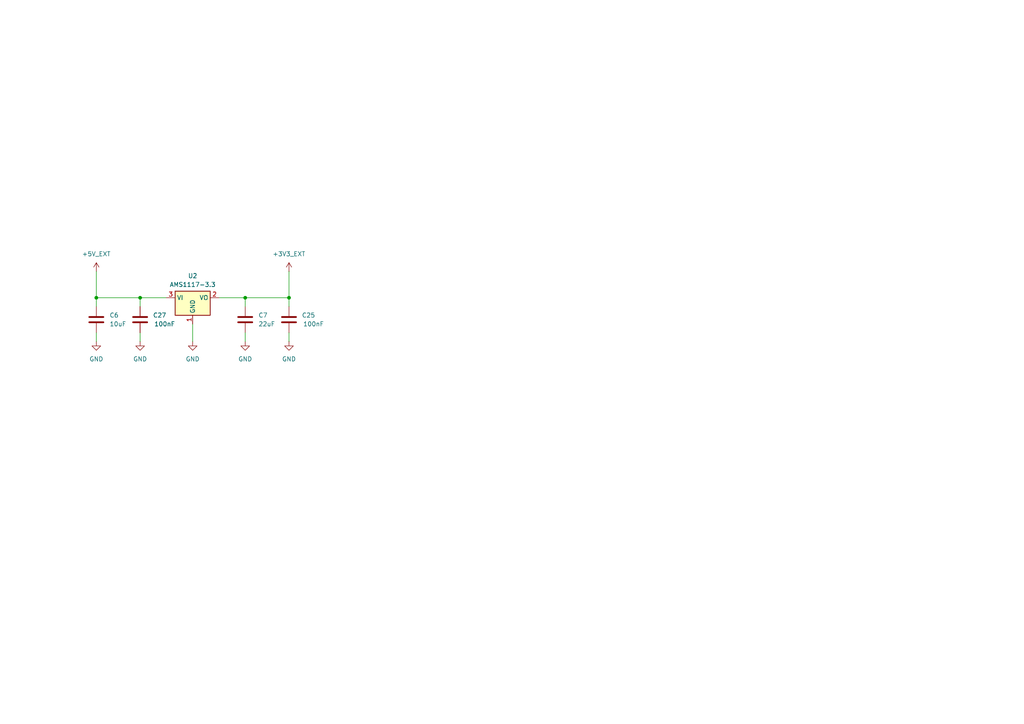
<source format=kicad_sch>
(kicad_sch (version 20250114) (generator "eeschema") (generator_version "9.0")
  (paper "A4")
  (lib_symbols
    (symbol "Device:C" (pin_numbers (hide yes)) (pin_names (offset 0.254))
      (property "Reference" "C" (at 0.635 2.54 0))
      (property "Value" "C" (at 0.635 -2.54 0))
      (symbol "C_0_1"
        (polyline (pts (xy -2.032 0.762) (xy 2.032 0.762)) (stroke (width 0.508)))
        (polyline (pts (xy -2.032 -0.762) (xy 2.032 -0.762)) (stroke (width 0.508)))
      )
      (symbol "C_1_1"
        (pin passive line (at 0 3.81 270) (length 2.794) (name "~") (number "1"))
        (pin passive line (at 0 -3.81 90) (length 2.794) (name "~") (number "2"))
      )
    )
    (symbol "Regulator_Linear:AMS1117-3.3"
      (property "Reference" "U" (at -3.81 3.175 0))
      (property "Value" "AMS1117-3.3" (at 0 3.175 0))
      (symbol "AMS1117-3.3_0_1"
        (rectangle (start -5.08 -5.08) (end 5.08 1.905) (stroke (width 0.254)) (fill (type background)))
      )
      (symbol "AMS1117-3.3_1_1"
        (pin power_in line (at -7.62 0 0) (length 2.54) (name "VI") (number "3"))
        (pin power_in line (at 0 -7.62 90) (length 2.54) (name "GND") (number "1"))
        (pin power_out line (at 7.62 0 180) (length 2.54) (name "VO") (number "2"))
      )
    )
    (symbol "power:GND" (power) (pin_numbers (hide yes)) (pin_names (offset 0) (hide yes))
      (property "Value" "GND" (at 0 -3.81 0))
      (symbol "GND_0_1"
        (polyline (pts (xy 0 0) (xy 0 -1.27) (xy 1.27 -1.27) (xy 0 -2.54) (xy -1.27 -1.27) (xy 0 -1.27)))
      )
      (symbol "GND_1_1"
        (pin power_in line (at 0 0 270) (length 0) (name "~") (number "1"))
      )
    )
    (symbol "power:VCC" (power) (pin_numbers (hide yes)) (pin_names (offset 0) (hide yes))
      (property "Value" "VCC" (at 0 3.556 0))
      (symbol "VCC_0_1"
        (polyline (pts (xy -0.762 1.27) (xy 0 2.54)))
        (polyline (pts (xy 0 2.54) (xy 0.762 1.27)))
        (polyline (pts (xy 0 0) (xy 0 2.54)))
      )
      (symbol "VCC_1_1"
        (pin power_in line (at 0 0 90) (length 0) (name "~") (number "1"))
      )
    )
  )
  (junction (at 83.82 86.36))
  (junction (at 71.12 86.36))
  (junction (at 27.94 86.36))
  (junction (at 40.64 86.36))
  (wire (pts (xy 40.64 86.36) (xy 40.64 88.9)))
  (wire (pts (xy 27.94 96.52) (xy 27.94 99.06)))
  (wire (pts (xy 71.12 86.36) (xy 83.82 86.36)))
  (wire (pts (xy 27.94 86.36) (xy 40.64 86.36)))
  (wire (pts (xy 83.82 86.36) (xy 83.82 88.9)))
  (wire (pts (xy 83.82 96.52) (xy 83.82 99.06)))
  (wire (pts (xy 27.94 86.36) (xy 27.94 88.9)))
  (wire (pts (xy 27.94 78.74) (xy 27.94 86.36)))
  (wire (pts (xy 55.88 93.98) (xy 55.88 99.06)))
  (wire (pts (xy 63.5 86.36) (xy 71.12 86.36)))
  (wire (pts (xy 71.12 96.52) (xy 71.12 99.06)))
  (wire (pts (xy 71.12 86.36) (xy 71.12 88.9)))
  (wire (pts (xy 40.64 86.36) (xy 48.26 86.36)))
  (wire (pts (xy 40.64 96.52) (xy 40.64 99.06)))
  (wire (pts (xy 83.82 78.74) (xy 83.82 86.36)))
  (symbol (lib_id "Device:C") (at 83.82 92.71 0) (unit 1)
    (property "Reference" "C25" (at 91.44 91.44 0) (effects (justify right)))
    (property "Value" "100nF" (at 93.98 93.98 0) (effects (justify right)))
    (property "Footprint" "Capacitor_SMD:C_0603_1608Metric" (effects (hide yes)))
    (property "Description" "Unpolarized capacitor" (effects (hide yes)))
    (property "LCSC" "C14663" (effects (hide yes)))
  )
  (symbol (lib_id "Device:C") (at 40.64 92.71 0) (unit 1)
    (property "Reference" "C27" (at 48.26 91.44 0) (effects (justify right)))
    (property "Value" "100nF" (at 50.8 93.98 0) (effects (justify right)))
    (property "Footprint" "Capacitor_SMD:C_0603_1608Metric" (effects (hide yes)))
    (property "Description" "Unpolarized capacitor" (effects (hide yes)))
    (property "LCSC" "C14663" (effects (hide yes)))
  )
  (symbol (lib_id "power:GND") (at 55.88 99.06 0) (unit 1)
    (property "Reference" "#PWR012" (effects (hide yes)))
    (property "Value" "GND" (at 55.88 104.14 0))
    (property "Description" "Power symbol creates a global label with name \"GND\" , ground" (effects (hide yes)))
  )
  (symbol (lib_id "power:GND") (at 83.82 99.06 0) (unit 1)
    (property "Reference" "#PWR0138" (effects (hide yes)))
    (property "Value" "GND" (at 83.82 104.14 0))
    (property "Description" "Power symbol creates a global label with name \"GND\" , ground" (effects (hide yes)))
  )
  (symbol (lib_id "power:GND") (at 40.64 99.06 0) (unit 1)
    (property "Reference" "#PWR0140" (effects (hide yes)))
    (property "Value" "GND" (at 40.64 104.14 0))
    (property "Description" "Power symbol creates a global label with name \"GND\" , ground" (effects (hide yes)))
  )
  (symbol (lib_id "Regulator_Linear:AMS1117-3.3") (at 55.88 86.36 0) (unit 1)
    (property "Reference" "U2" (at 55.88 80.01 0))
    (property "Value" "AMS1117-3.3" (at 55.88 82.55 0))
    (property "Footprint" "Package_TO_SOT_SMD:SOT-223-3_TabPin2" (effects (hide yes)))
    (property "Datasheet" "http://www.advanced-monolithic.com/pdf/ds1117.pdf" (effects (hide yes)))
    (property "Description" "1A Low Dropout regulator, positive, 3.3V fixed output, SOT-223" (effects (hide yes)))
    (property "LCSC" "C6186" (effects (hide yes)))
  )
  (symbol (lib_id "power:VCC") (at 27.94 78.74 0) (unit 1)
    (property "Reference" "#PWR015" (effects (hide yes)))
    (property "Value" "+5V_EXT" (at 27.94 73.66 0))
    (property "Description" "Power symbol creates a global label with name \"VCC\"" (effects (hide yes)))
  )
  (symbol (lib_id "power:VCC") (at 83.82 78.74 0) (unit 1)
    (property "Reference" "#PWR016" (effects (hide yes)))
    (property "Value" "+3V3_EXT" (at 83.82 73.66 0))
    (property "Description" "Power symbol creates a global label with name \"VCC\"" (effects (hide yes)))
  )
  (symbol (lib_id "power:GND") (at 71.12 99.06 0) (unit 1)
    (property "Reference" "#PWR013" (effects (hide yes)))
    (property "Value" "GND" (at 71.12 104.14 0))
    (property "Description" "Power symbol creates a global label with name \"GND\" , ground" (effects (hide yes)))
  )
  (symbol (lib_id "power:GND") (at 27.94 99.06 0) (unit 1)
    (property "Reference" "#PWR014" (effects (hide yes)))
    (property "Value" "GND" (at 27.94 104.14 0))
    (property "Description" "Power symbol creates a global label with name \"GND\" , ground" (effects (hide yes)))
  )
  (symbol (lib_id "Device:C") (at 71.12 92.71 0) (unit 1)
    (property "Reference" "C7" (at 74.93 91.44 0) (effects (justify left)))
    (property "Value" "22uF" (at 74.93 93.98 0) (effects (justify left)))
    (property "Footprint" "Capacitor_SMD:C_0603_1608Metric" (effects (hide yes)))
    (property "Description" "Unpolarized capacitor" (effects (hide yes)))
    (property "LCSC" "C59461" (effects (hide yes)))
  )
  (symbol (lib_id "Device:C") (at 27.94 92.71 0) (unit 1)
    (property "Reference" "C6" (at 31.75 91.44 0) (effects (justify left)))
    (property "Value" "10uF" (at 31.75 93.98 0) (effects (justify left)))
    (property "Footprint" "Capacitor_SMD:C_0603_1608Metric" (effects (hide yes)))
    (property "Description" "Unpolarized capacitor" (effects (hide yes)))
    (property "LCSC" "C19702" (effects (hide yes)))
  )
)
</source>
